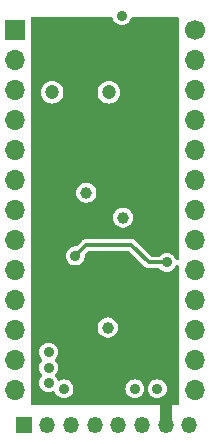
<source format=gbr>
%TF.GenerationSoftware,KiCad,Pcbnew,7.0.8*%
%TF.CreationDate,2024-04-19T17:39:30-04:00*%
%TF.ProjectId,rcl57_mcu,72636c35-375f-46d6-9375-2e6b69636164,rev?*%
%TF.SameCoordinates,Original*%
%TF.FileFunction,Copper,L3,Inr*%
%TF.FilePolarity,Positive*%
%FSLAX46Y46*%
G04 Gerber Fmt 4.6, Leading zero omitted, Abs format (unit mm)*
G04 Created by KiCad (PCBNEW 7.0.8) date 2024-04-19 17:39:30*
%MOMM*%
%LPD*%
G01*
G04 APERTURE LIST*
%TA.AperFunction,ComponentPad*%
%ADD10R,1.350000X1.350000*%
%TD*%
%TA.AperFunction,ComponentPad*%
%ADD11O,1.350000X1.350000*%
%TD*%
%TA.AperFunction,ComponentPad*%
%ADD12R,1.700000X1.700000*%
%TD*%
%TA.AperFunction,ComponentPad*%
%ADD13O,1.700000X1.700000*%
%TD*%
%TA.AperFunction,ComponentPad*%
%ADD14C,1.700000*%
%TD*%
%TA.AperFunction,ViaPad*%
%ADD15C,0.900000*%
%TD*%
%TA.AperFunction,ViaPad*%
%ADD16C,1.200000*%
%TD*%
%TA.AperFunction,ViaPad*%
%ADD17C,1.000000*%
%TD*%
%TA.AperFunction,Conductor*%
%ADD18C,0.700000*%
%TD*%
%TA.AperFunction,Conductor*%
%ADD19C,1.000000*%
%TD*%
%TA.AperFunction,Conductor*%
%ADD20C,0.300000*%
%TD*%
G04 APERTURE END LIST*
D10*
%TO.N,/SWDIO*%
%TO.C,J3*%
X137900000Y-115600000D03*
D11*
%TO.N,/SWCLK*%
X139900000Y-115600000D03*
%TO.N,/U1TXD*%
X141900000Y-115600000D03*
%TO.N,/U1RXD*%
X143900000Y-115600000D03*
%TO.N,/BOOT0*%
X145900000Y-115600000D03*
%TO.N,/NRST*%
X147900000Y-115600000D03*
%TO.N,+3V3*%
X149900000Y-115600000D03*
%TO.N,GND*%
X151900000Y-115600000D03*
%TD*%
D12*
%TO.N,+BATT*%
%TO.C,J1*%
X137160000Y-82147058D03*
D13*
%TO.N,/D1SP*%
X137160000Y-84687058D03*
%TO.N,/D2*%
X137160000Y-87227058D03*
%TO.N,/D3*%
X137160000Y-89767058D03*
%TO.N,/D4*%
X137160000Y-92307058D03*
%TO.N,/D5*%
X137160000Y-94847058D03*
%TO.N,/D6*%
X137160000Y-97387058D03*
%TO.N,/D7*%
X137160000Y-99927058D03*
%TO.N,/D8*%
X137160000Y-102467058D03*
%TO.N,GND*%
X137160000Y-105007058D03*
%TO.N,/D9*%
X137160000Y-107547058D03*
%TO.N,/D10*%
X137160000Y-110087058D03*
%TO.N,/D11*%
X137160000Y-112627058D03*
%TD*%
D14*
%TO.N,/SG*%
%TO.C,J2*%
X152360000Y-82147056D03*
D13*
%TO.N,/SF*%
X152360000Y-84687056D03*
%TO.N,/SE*%
X152360000Y-87227056D03*
%TO.N,/SC*%
X152360000Y-89767056D03*
%TO.N,/SB*%
X152360000Y-92307056D03*
%TO.N,/SA*%
X152360000Y-94847056D03*
%TO.N,/D12SD*%
X152360000Y-97387056D03*
%TO.N,unconnected-(J2-Pin_8-Pad8)*%
X152360000Y-99927056D03*
%TO.N,/K5*%
X152360000Y-102467056D03*
%TO.N,/K4*%
X152360000Y-105007056D03*
%TO.N,/K3*%
X152360000Y-107547056D03*
%TO.N,/K2*%
X152360000Y-110087056D03*
%TO.N,/K1*%
X152360000Y-112627056D03*
%TD*%
D15*
%TO.N,GND*%
X149200000Y-112500000D03*
D16*
X145100000Y-87400000D03*
X140300000Y-87400000D03*
D17*
X145000000Y-107309585D03*
X146300000Y-98000000D03*
X143200000Y-95900000D03*
D16*
%TO.N,+3V3*%
X145200000Y-82300000D03*
X148700000Y-99100000D03*
D17*
X145000000Y-112500000D03*
D16*
X147800000Y-89700000D03*
X148700000Y-89700000D03*
D17*
X139600002Y-106200000D03*
D16*
X144300000Y-82300000D03*
X149300000Y-99800000D03*
D17*
X146200000Y-102400000D03*
X143500000Y-90700000D03*
D15*
%TO.N,/NRST*%
X147300000Y-112500000D03*
%TO.N,/D1SP*%
X146200000Y-80900000D03*
%TO.N,/D12SD*%
X150000000Y-101800000D03*
X142250000Y-101250000D03*
%TO.N,/LATCH*%
X140000000Y-109400000D03*
%TO.N,/SCLK*%
X139999994Y-110700000D03*
%TO.N,/SDATA*%
X141300000Y-112500000D03*
%TO.N,/DIRECT*%
X140000000Y-112000000D03*
%TD*%
D18*
%TO.N,+3V3*%
X150500000Y-113100000D02*
X149900000Y-113700000D01*
D19*
X149900000Y-113700000D02*
X149900000Y-115600000D01*
D20*
%TO.N,/D12SD*%
X150000000Y-101800000D02*
X148500000Y-101800000D01*
X143200000Y-100300000D02*
X142250000Y-101250000D01*
X148500000Y-101800000D02*
X147000000Y-100300000D01*
X147000000Y-100300000D02*
X143200000Y-100300000D01*
%TD*%
%TA.AperFunction,Conductor*%
%TO.N,+3V3*%
G36*
X145365956Y-81019685D02*
G01*
X145411711Y-81072489D01*
X145415959Y-81083046D01*
X145474210Y-81249521D01*
X145474211Y-81249522D01*
X145570184Y-81402262D01*
X145697738Y-81529816D01*
X145850478Y-81625789D01*
X146020745Y-81685368D01*
X146020750Y-81685369D01*
X146199996Y-81705565D01*
X146200000Y-81705565D01*
X146200004Y-81705565D01*
X146379249Y-81685369D01*
X146379252Y-81685368D01*
X146379255Y-81685368D01*
X146549522Y-81625789D01*
X146702262Y-81529816D01*
X146829816Y-81402262D01*
X146925789Y-81249522D01*
X146984041Y-81083044D01*
X147024763Y-81026270D01*
X147089715Y-81000522D01*
X147101083Y-81000000D01*
X150876000Y-81000000D01*
X150943039Y-81019685D01*
X150988794Y-81072489D01*
X151000000Y-81124000D01*
X151000000Y-101504314D01*
X150980315Y-101571353D01*
X150927511Y-101617108D01*
X150858353Y-101627052D01*
X150794797Y-101598027D01*
X150758959Y-101545269D01*
X150725790Y-101450480D01*
X150725789Y-101450478D01*
X150629816Y-101297738D01*
X150502262Y-101170184D01*
X150474381Y-101152665D01*
X150349523Y-101074211D01*
X150179254Y-101014631D01*
X150179249Y-101014630D01*
X150000004Y-100994435D01*
X149999996Y-100994435D01*
X149820750Y-101014630D01*
X149820745Y-101014631D01*
X149650476Y-101074211D01*
X149497739Y-101170183D01*
X149404740Y-101263182D01*
X149343416Y-101296666D01*
X149317059Y-101299500D01*
X148758675Y-101299500D01*
X148691636Y-101279815D01*
X148670994Y-101263181D01*
X147401385Y-99993571D01*
X147384750Y-99972928D01*
X147382145Y-99968874D01*
X147382142Y-99968871D01*
X147375147Y-99962810D01*
X147342932Y-99934896D01*
X147339700Y-99931886D01*
X147328596Y-99920782D01*
X147328588Y-99920775D01*
X147316013Y-99911362D01*
X147312583Y-99908598D01*
X147273373Y-99874623D01*
X147273371Y-99874622D01*
X147273367Y-99874619D01*
X147268983Y-99872617D01*
X147246194Y-99859096D01*
X147242331Y-99856204D01*
X147242329Y-99856203D01*
X147193716Y-99838071D01*
X147189642Y-99836383D01*
X147142457Y-99814835D01*
X147142455Y-99814834D01*
X147137682Y-99814148D01*
X147112000Y-99807593D01*
X147107485Y-99805909D01*
X147055740Y-99802207D01*
X147051343Y-99801734D01*
X147035799Y-99799500D01*
X147020094Y-99799500D01*
X147015671Y-99799342D01*
X146998083Y-99798084D01*
X146963929Y-99795641D01*
X146963925Y-99795641D01*
X146959215Y-99796666D01*
X146932857Y-99799500D01*
X143267143Y-99799500D01*
X143240785Y-99796666D01*
X143236074Y-99795641D01*
X143236070Y-99795641D01*
X143197552Y-99798396D01*
X143184328Y-99799342D01*
X143179906Y-99799500D01*
X143164199Y-99799500D01*
X143148656Y-99801734D01*
X143144260Y-99802207D01*
X143092517Y-99805909D01*
X143092513Y-99805910D01*
X143087986Y-99807598D01*
X143062327Y-99814146D01*
X143057550Y-99814833D01*
X143057543Y-99814835D01*
X143010353Y-99836385D01*
X143006264Y-99838078D01*
X142957675Y-99856200D01*
X142957664Y-99856206D01*
X142953799Y-99859100D01*
X142931020Y-99872615D01*
X142926636Y-99874617D01*
X142926626Y-99874623D01*
X142902676Y-99895375D01*
X142887433Y-99908584D01*
X142883996Y-99911354D01*
X142871402Y-99920781D01*
X142860291Y-99931892D01*
X142857055Y-99934905D01*
X142817861Y-99968867D01*
X142817854Y-99968876D01*
X142815243Y-99972938D01*
X142798616Y-99993568D01*
X142380076Y-100412108D01*
X142318753Y-100445593D01*
X142278512Y-100447647D01*
X142250003Y-100444435D01*
X142249996Y-100444435D01*
X142070750Y-100464630D01*
X142070745Y-100464631D01*
X141900476Y-100524211D01*
X141747737Y-100620184D01*
X141620184Y-100747737D01*
X141524211Y-100900476D01*
X141464631Y-101070745D01*
X141464630Y-101070750D01*
X141444435Y-101249996D01*
X141444435Y-101250003D01*
X141464630Y-101429249D01*
X141464631Y-101429254D01*
X141524211Y-101599523D01*
X141537546Y-101620745D01*
X141620184Y-101752262D01*
X141747738Y-101879816D01*
X141900478Y-101975789D01*
X141963822Y-101997954D01*
X142070745Y-102035368D01*
X142070750Y-102035369D01*
X142249996Y-102055565D01*
X142250000Y-102055565D01*
X142250004Y-102055565D01*
X142429249Y-102035369D01*
X142429252Y-102035368D01*
X142429255Y-102035368D01*
X142599522Y-101975789D01*
X142752262Y-101879816D01*
X142879816Y-101752262D01*
X142975789Y-101599522D01*
X143035368Y-101429255D01*
X143050187Y-101297738D01*
X143055565Y-101250002D01*
X143055565Y-101249999D01*
X143052352Y-101221487D01*
X143064406Y-101152665D01*
X143087885Y-101119927D01*
X143370996Y-100836816D01*
X143432318Y-100803334D01*
X143458676Y-100800500D01*
X146741324Y-100800500D01*
X146808363Y-100820185D01*
X146829005Y-100836819D01*
X148098614Y-102106427D01*
X148115250Y-102127071D01*
X148117857Y-102131128D01*
X148157063Y-102165100D01*
X148160304Y-102168117D01*
X148171407Y-102179220D01*
X148171410Y-102179222D01*
X148171412Y-102179224D01*
X148183970Y-102188625D01*
X148187418Y-102191403D01*
X148226623Y-102225374D01*
X148226624Y-102225375D01*
X148226625Y-102225375D01*
X148226627Y-102225377D01*
X148231010Y-102227379D01*
X148253807Y-102240905D01*
X148257669Y-102243796D01*
X148306295Y-102261932D01*
X148310351Y-102263612D01*
X148332457Y-102273708D01*
X148357540Y-102285164D01*
X148357541Y-102285164D01*
X148357543Y-102285165D01*
X148362312Y-102285850D01*
X148388002Y-102292407D01*
X148392517Y-102294091D01*
X148444258Y-102297791D01*
X148448657Y-102298264D01*
X148464201Y-102300500D01*
X148479906Y-102300500D01*
X148484328Y-102300657D01*
X148536073Y-102304359D01*
X148540785Y-102303334D01*
X148567143Y-102300500D01*
X149317059Y-102300500D01*
X149384098Y-102320185D01*
X149404740Y-102336818D01*
X149497738Y-102429816D01*
X149650478Y-102525789D01*
X149820745Y-102585368D01*
X149820750Y-102585369D01*
X149999996Y-102605565D01*
X150000000Y-102605565D01*
X150000004Y-102605565D01*
X150179249Y-102585369D01*
X150179252Y-102585368D01*
X150179255Y-102585368D01*
X150349522Y-102525789D01*
X150502262Y-102429816D01*
X150629816Y-102302262D01*
X150725789Y-102149522D01*
X150758958Y-102054731D01*
X150799680Y-101997954D01*
X150864633Y-101972207D01*
X150933194Y-101985663D01*
X150983597Y-102034050D01*
X151000000Y-102095685D01*
X151000000Y-113776000D01*
X150980315Y-113843039D01*
X150927511Y-113888794D01*
X150876000Y-113900000D01*
X138624000Y-113900000D01*
X138556961Y-113880315D01*
X138511206Y-113827511D01*
X138500000Y-113776000D01*
X138500000Y-110700003D01*
X139194429Y-110700003D01*
X139214624Y-110879249D01*
X139214625Y-110879254D01*
X139274205Y-111049523D01*
X139342342Y-111157961D01*
X139370178Y-111202262D01*
X139430232Y-111262316D01*
X139430238Y-111262322D01*
X139463722Y-111323646D01*
X139458737Y-111393337D01*
X139430238Y-111437684D01*
X139370183Y-111497739D01*
X139274211Y-111650476D01*
X139214631Y-111820745D01*
X139214630Y-111820750D01*
X139194435Y-111999996D01*
X139194435Y-112000003D01*
X139214630Y-112179249D01*
X139214631Y-112179254D01*
X139274211Y-112349523D01*
X139368760Y-112499996D01*
X139370184Y-112502262D01*
X139497738Y-112629816D01*
X139576410Y-112679249D01*
X139635608Y-112716446D01*
X139650478Y-112725789D01*
X139776003Y-112769712D01*
X139820745Y-112785368D01*
X139820750Y-112785369D01*
X139999996Y-112805565D01*
X140000000Y-112805565D01*
X140000004Y-112805565D01*
X140179249Y-112785369D01*
X140179252Y-112785368D01*
X140179255Y-112785368D01*
X140349522Y-112725789D01*
X140366559Y-112715083D01*
X140433794Y-112696081D01*
X140500630Y-112716446D01*
X140545846Y-112769712D01*
X140549575Y-112779120D01*
X140574209Y-112849519D01*
X140574211Y-112849522D01*
X140670184Y-113002262D01*
X140797738Y-113129816D01*
X140950478Y-113225789D01*
X141120745Y-113285368D01*
X141120750Y-113285369D01*
X141299996Y-113305565D01*
X141300000Y-113305565D01*
X141300004Y-113305565D01*
X141479249Y-113285369D01*
X141479252Y-113285368D01*
X141479255Y-113285368D01*
X141649522Y-113225789D01*
X141802262Y-113129816D01*
X141929816Y-113002262D01*
X142025789Y-112849522D01*
X142085368Y-112679255D01*
X142085369Y-112679249D01*
X142105565Y-112500003D01*
X146494435Y-112500003D01*
X146514630Y-112679249D01*
X146514631Y-112679254D01*
X146574211Y-112849523D01*
X146670184Y-113002262D01*
X146797738Y-113129816D01*
X146950478Y-113225789D01*
X147120745Y-113285368D01*
X147120750Y-113285369D01*
X147299996Y-113305565D01*
X147300000Y-113305565D01*
X147300004Y-113305565D01*
X147479249Y-113285369D01*
X147479252Y-113285368D01*
X147479255Y-113285368D01*
X147649522Y-113225789D01*
X147802262Y-113129816D01*
X147929816Y-113002262D01*
X148025789Y-112849522D01*
X148085368Y-112679255D01*
X148085369Y-112679249D01*
X148105565Y-112500003D01*
X148394435Y-112500003D01*
X148414630Y-112679249D01*
X148414631Y-112679254D01*
X148474211Y-112849523D01*
X148570184Y-113002262D01*
X148697738Y-113129816D01*
X148850478Y-113225789D01*
X149020745Y-113285368D01*
X149020750Y-113285369D01*
X149199996Y-113305565D01*
X149200000Y-113305565D01*
X149200004Y-113305565D01*
X149379249Y-113285369D01*
X149379252Y-113285368D01*
X149379255Y-113285368D01*
X149549522Y-113225789D01*
X149702262Y-113129816D01*
X149829816Y-113002262D01*
X149925789Y-112849522D01*
X149985368Y-112679255D01*
X149985369Y-112679249D01*
X150005565Y-112500003D01*
X150005565Y-112499996D01*
X149985369Y-112320750D01*
X149985368Y-112320745D01*
X149925789Y-112150478D01*
X149829816Y-111997738D01*
X149702262Y-111870184D01*
X149549523Y-111774211D01*
X149379254Y-111714631D01*
X149379249Y-111714630D01*
X149200004Y-111694435D01*
X149199996Y-111694435D01*
X149020750Y-111714630D01*
X149020745Y-111714631D01*
X148850476Y-111774211D01*
X148697737Y-111870184D01*
X148570184Y-111997737D01*
X148474211Y-112150476D01*
X148414631Y-112320745D01*
X148414630Y-112320750D01*
X148394435Y-112499996D01*
X148394435Y-112500003D01*
X148105565Y-112500003D01*
X148105565Y-112499996D01*
X148085369Y-112320750D01*
X148085368Y-112320745D01*
X148025789Y-112150478D01*
X147929816Y-111997738D01*
X147802262Y-111870184D01*
X147649523Y-111774211D01*
X147479254Y-111714631D01*
X147479249Y-111714630D01*
X147300004Y-111694435D01*
X147299996Y-111694435D01*
X147120750Y-111714630D01*
X147120745Y-111714631D01*
X146950476Y-111774211D01*
X146797737Y-111870184D01*
X146670184Y-111997737D01*
X146574211Y-112150476D01*
X146514631Y-112320745D01*
X146514630Y-112320750D01*
X146494435Y-112499996D01*
X146494435Y-112500003D01*
X142105565Y-112500003D01*
X142105565Y-112499996D01*
X142085369Y-112320750D01*
X142085368Y-112320745D01*
X142025789Y-112150478D01*
X141929816Y-111997738D01*
X141802262Y-111870184D01*
X141649523Y-111774211D01*
X141479254Y-111714631D01*
X141479249Y-111714630D01*
X141300004Y-111694435D01*
X141299996Y-111694435D01*
X141120750Y-111714630D01*
X141120745Y-111714631D01*
X140950474Y-111774212D01*
X140933436Y-111784918D01*
X140866199Y-111803918D01*
X140799364Y-111783550D01*
X140754151Y-111730281D01*
X140750423Y-111720878D01*
X140725789Y-111650478D01*
X140725788Y-111650476D01*
X140629816Y-111497738D01*
X140569756Y-111437678D01*
X140536271Y-111376355D01*
X140541255Y-111306663D01*
X140569756Y-111262316D01*
X140629810Y-111202262D01*
X140725783Y-111049522D01*
X140785362Y-110879255D01*
X140805559Y-110700000D01*
X140785362Y-110520745D01*
X140725783Y-110350478D01*
X140629810Y-110197738D01*
X140569756Y-110137684D01*
X140536271Y-110076361D01*
X140541255Y-110006669D01*
X140569756Y-109962322D01*
X140569762Y-109962316D01*
X140629816Y-109902262D01*
X140725789Y-109749522D01*
X140785368Y-109579255D01*
X140805565Y-109400000D01*
X140785368Y-109220745D01*
X140725789Y-109050478D01*
X140629816Y-108897738D01*
X140502262Y-108770184D01*
X140349523Y-108674211D01*
X140179254Y-108614631D01*
X140179249Y-108614630D01*
X140000004Y-108594435D01*
X139999996Y-108594435D01*
X139820750Y-108614630D01*
X139820745Y-108614631D01*
X139650476Y-108674211D01*
X139497737Y-108770184D01*
X139370184Y-108897737D01*
X139274211Y-109050476D01*
X139214631Y-109220745D01*
X139214630Y-109220750D01*
X139194435Y-109399996D01*
X139194435Y-109400003D01*
X139214630Y-109579249D01*
X139214631Y-109579254D01*
X139274211Y-109749523D01*
X139370184Y-109902262D01*
X139430238Y-109962316D01*
X139463723Y-110023639D01*
X139458739Y-110093331D01*
X139430238Y-110137678D01*
X139370178Y-110197737D01*
X139274205Y-110350476D01*
X139214625Y-110520745D01*
X139214624Y-110520750D01*
X139194429Y-110699996D01*
X139194429Y-110700003D01*
X138500000Y-110700003D01*
X138500000Y-107309585D01*
X144144815Y-107309585D01*
X144163503Y-107487390D01*
X144163504Y-107487392D01*
X144218747Y-107657414D01*
X144218750Y-107657420D01*
X144308141Y-107812250D01*
X144349812Y-107858531D01*
X144427764Y-107945106D01*
X144427767Y-107945108D01*
X144427770Y-107945111D01*
X144572407Y-108050197D01*
X144735733Y-108122914D01*
X144910609Y-108160085D01*
X144910610Y-108160085D01*
X145089389Y-108160085D01*
X145089391Y-108160085D01*
X145264267Y-108122914D01*
X145427593Y-108050197D01*
X145572230Y-107945111D01*
X145691859Y-107812250D01*
X145781250Y-107657420D01*
X145836497Y-107487388D01*
X145855185Y-107309585D01*
X145836497Y-107131782D01*
X145781250Y-106961750D01*
X145691859Y-106806920D01*
X145645003Y-106754881D01*
X145572235Y-106674063D01*
X145572232Y-106674061D01*
X145572231Y-106674060D01*
X145572230Y-106674059D01*
X145427593Y-106568973D01*
X145264267Y-106496256D01*
X145264265Y-106496255D01*
X145136594Y-106469118D01*
X145089391Y-106459085D01*
X144910609Y-106459085D01*
X144879954Y-106465600D01*
X144735733Y-106496255D01*
X144735728Y-106496257D01*
X144572408Y-106568972D01*
X144427768Y-106674060D01*
X144308140Y-106806921D01*
X144218750Y-106961749D01*
X144218747Y-106961755D01*
X144163504Y-107131777D01*
X144163503Y-107131779D01*
X144144815Y-107309585D01*
X138500000Y-107309585D01*
X138500000Y-98000000D01*
X145444815Y-98000000D01*
X145463503Y-98177805D01*
X145463504Y-98177807D01*
X145518747Y-98347829D01*
X145518750Y-98347835D01*
X145608141Y-98502665D01*
X145649812Y-98548946D01*
X145727764Y-98635521D01*
X145727767Y-98635523D01*
X145727770Y-98635526D01*
X145872407Y-98740612D01*
X146035733Y-98813329D01*
X146210609Y-98850500D01*
X146210610Y-98850500D01*
X146389389Y-98850500D01*
X146389391Y-98850500D01*
X146564267Y-98813329D01*
X146727593Y-98740612D01*
X146872230Y-98635526D01*
X146991859Y-98502665D01*
X147081250Y-98347835D01*
X147136497Y-98177803D01*
X147155185Y-98000000D01*
X147136497Y-97822197D01*
X147081250Y-97652165D01*
X146991859Y-97497335D01*
X146945003Y-97445296D01*
X146872235Y-97364478D01*
X146872232Y-97364476D01*
X146872231Y-97364475D01*
X146872230Y-97364474D01*
X146727593Y-97259388D01*
X146564267Y-97186671D01*
X146564265Y-97186670D01*
X146436594Y-97159533D01*
X146389391Y-97149500D01*
X146210609Y-97149500D01*
X146179954Y-97156015D01*
X146035733Y-97186670D01*
X146035728Y-97186672D01*
X145872408Y-97259387D01*
X145727768Y-97364475D01*
X145608140Y-97497336D01*
X145518750Y-97652164D01*
X145518747Y-97652170D01*
X145463504Y-97822192D01*
X145463503Y-97822194D01*
X145444815Y-98000000D01*
X138500000Y-98000000D01*
X138500000Y-95900000D01*
X142344815Y-95900000D01*
X142363503Y-96077805D01*
X142363504Y-96077807D01*
X142418747Y-96247829D01*
X142418750Y-96247835D01*
X142508141Y-96402665D01*
X142549812Y-96448946D01*
X142627764Y-96535521D01*
X142627767Y-96535523D01*
X142627770Y-96535526D01*
X142772407Y-96640612D01*
X142935733Y-96713329D01*
X143110609Y-96750500D01*
X143110610Y-96750500D01*
X143289389Y-96750500D01*
X143289391Y-96750500D01*
X143464267Y-96713329D01*
X143627593Y-96640612D01*
X143772230Y-96535526D01*
X143891859Y-96402665D01*
X143981250Y-96247835D01*
X144036497Y-96077803D01*
X144055185Y-95900000D01*
X144036497Y-95722197D01*
X143981250Y-95552165D01*
X143891859Y-95397335D01*
X143845003Y-95345296D01*
X143772235Y-95264478D01*
X143772232Y-95264476D01*
X143772231Y-95264475D01*
X143772230Y-95264474D01*
X143627593Y-95159388D01*
X143464267Y-95086671D01*
X143464265Y-95086670D01*
X143336594Y-95059533D01*
X143289391Y-95049500D01*
X143110609Y-95049500D01*
X143079954Y-95056015D01*
X142935733Y-95086670D01*
X142935728Y-95086672D01*
X142772408Y-95159387D01*
X142627768Y-95264475D01*
X142508140Y-95397336D01*
X142418750Y-95552164D01*
X142418747Y-95552170D01*
X142363504Y-95722192D01*
X142363503Y-95722194D01*
X142344815Y-95900000D01*
X138500000Y-95900000D01*
X138500000Y-87400000D01*
X139344901Y-87400000D01*
X139363252Y-87586331D01*
X139363253Y-87586333D01*
X139417604Y-87765502D01*
X139505862Y-87930623D01*
X139505864Y-87930626D01*
X139624642Y-88075357D01*
X139769373Y-88194135D01*
X139769376Y-88194137D01*
X139934497Y-88282395D01*
X139934499Y-88282396D01*
X140113666Y-88336746D01*
X140113668Y-88336747D01*
X140130374Y-88338392D01*
X140300000Y-88355099D01*
X140486331Y-88336747D01*
X140665501Y-88282396D01*
X140830625Y-88194136D01*
X140975357Y-88075357D01*
X141094136Y-87930625D01*
X141182396Y-87765501D01*
X141236747Y-87586331D01*
X141255099Y-87400000D01*
X144144901Y-87400000D01*
X144163252Y-87586331D01*
X144163253Y-87586333D01*
X144217604Y-87765502D01*
X144305862Y-87930623D01*
X144305864Y-87930626D01*
X144424642Y-88075357D01*
X144569373Y-88194135D01*
X144569376Y-88194137D01*
X144734497Y-88282395D01*
X144734499Y-88282396D01*
X144913666Y-88336746D01*
X144913668Y-88336747D01*
X144930374Y-88338392D01*
X145100000Y-88355099D01*
X145286331Y-88336747D01*
X145465501Y-88282396D01*
X145630625Y-88194136D01*
X145775357Y-88075357D01*
X145894136Y-87930625D01*
X145982396Y-87765501D01*
X146036747Y-87586331D01*
X146055099Y-87400000D01*
X146036747Y-87213669D01*
X145982396Y-87034499D01*
X145894136Y-86869375D01*
X145894135Y-86869373D01*
X145775357Y-86724642D01*
X145630626Y-86605864D01*
X145630623Y-86605862D01*
X145465502Y-86517604D01*
X145286333Y-86463253D01*
X145286331Y-86463252D01*
X145100000Y-86444901D01*
X144913668Y-86463252D01*
X144913666Y-86463253D01*
X144734497Y-86517604D01*
X144569376Y-86605862D01*
X144569373Y-86605864D01*
X144424642Y-86724642D01*
X144305864Y-86869373D01*
X144305862Y-86869376D01*
X144217604Y-87034497D01*
X144163253Y-87213666D01*
X144163252Y-87213668D01*
X144144901Y-87400000D01*
X141255099Y-87400000D01*
X141236747Y-87213669D01*
X141182396Y-87034499D01*
X141094136Y-86869375D01*
X141094135Y-86869373D01*
X140975357Y-86724642D01*
X140830626Y-86605864D01*
X140830623Y-86605862D01*
X140665502Y-86517604D01*
X140486333Y-86463253D01*
X140486331Y-86463252D01*
X140300000Y-86444901D01*
X140113668Y-86463252D01*
X140113666Y-86463253D01*
X139934497Y-86517604D01*
X139769376Y-86605862D01*
X139769373Y-86605864D01*
X139624642Y-86724642D01*
X139505864Y-86869373D01*
X139505862Y-86869376D01*
X139417604Y-87034497D01*
X139363253Y-87213666D01*
X139363252Y-87213668D01*
X139344901Y-87400000D01*
X138500000Y-87400000D01*
X138500000Y-81124000D01*
X138519685Y-81056961D01*
X138572489Y-81011206D01*
X138624000Y-81000000D01*
X145298917Y-81000000D01*
X145365956Y-81019685D01*
G37*
%TD.AperFunction*%
%TD*%
M02*

</source>
